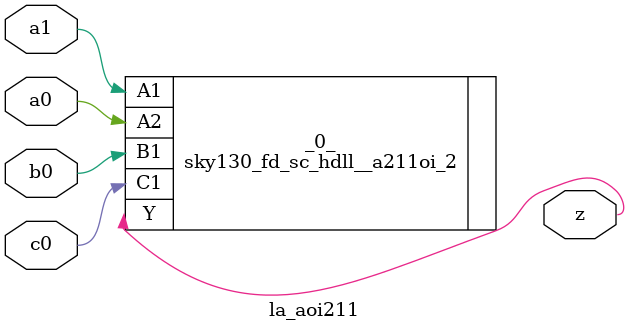
<source format=v>

/* Generated by Yosys 0.44 (git sha1 80ba43d26, g++ 11.4.0-1ubuntu1~22.04 -fPIC -O3) */

(* top =  1  *)
(* src = "generated" *)
(* keep_hierarchy *)
module la_aoi211 (
    a0,
    a1,
    b0,
    c0,
    z
);
  (* src = "generated" *)
  input a0;
  wire a0;
  (* src = "generated" *)
  input a1;
  wire a1;
  (* src = "generated" *)
  input b0;
  wire b0;
  (* src = "generated" *)
  input c0;
  wire c0;
  (* src = "generated" *)
  output z;
  wire z;
  sky130_fd_sc_hdll__a211oi_2 _0_ (
      .A1(a1),
      .A2(a0),
      .B1(b0),
      .C1(c0),
      .Y (z)
  );
endmodule

</source>
